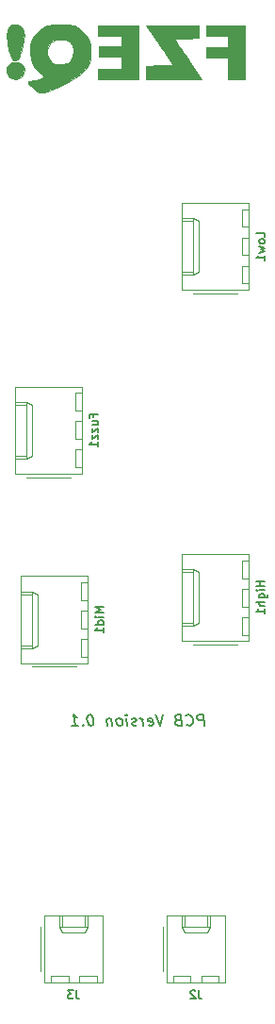
<source format=gbr>
%TF.GenerationSoftware,KiCad,Pcbnew,(5.1.8-0-10_14)*%
%TF.CreationDate,2021-07-20T21:01:28-04:00*%
%TF.ProjectId,fzeq,667a6571-2e6b-4696-9361-645f70636258,rev?*%
%TF.SameCoordinates,Original*%
%TF.FileFunction,Legend,Bot*%
%TF.FilePolarity,Positive*%
%FSLAX46Y46*%
G04 Gerber Fmt 4.6, Leading zero omitted, Abs format (unit mm)*
G04 Created by KiCad (PCBNEW (5.1.8-0-10_14)) date 2021-07-20 21:01:28*
%MOMM*%
%LPD*%
G01*
G04 APERTURE LIST*
%ADD10C,0.150000*%
%ADD11C,0.010000*%
%ADD12C,0.120000*%
G04 APERTURE END LIST*
D10*
X69028556Y-121952380D02*
X68903556Y-120952380D01*
X68522604Y-120952380D01*
X68433318Y-121000000D01*
X68391651Y-121047619D01*
X68355937Y-121142857D01*
X68373794Y-121285714D01*
X68433318Y-121380952D01*
X68486889Y-121428571D01*
X68588080Y-121476190D01*
X68969032Y-121476190D01*
X67445223Y-121857142D02*
X67498794Y-121904761D01*
X67647604Y-121952380D01*
X67742842Y-121952380D01*
X67879747Y-121904761D01*
X67963080Y-121809523D01*
X67998794Y-121714285D01*
X68022604Y-121523809D01*
X68004747Y-121380952D01*
X67933318Y-121190476D01*
X67873794Y-121095238D01*
X67766651Y-121000000D01*
X67617842Y-120952380D01*
X67522604Y-120952380D01*
X67385699Y-121000000D01*
X67344032Y-121047619D01*
X66629747Y-121428571D02*
X66492842Y-121476190D01*
X66451175Y-121523809D01*
X66415461Y-121619047D01*
X66433318Y-121761904D01*
X66492842Y-121857142D01*
X66546413Y-121904761D01*
X66647604Y-121952380D01*
X67028556Y-121952380D01*
X66903556Y-120952380D01*
X66570223Y-120952380D01*
X66480937Y-121000000D01*
X66439270Y-121047619D01*
X66403556Y-121142857D01*
X66415461Y-121238095D01*
X66474985Y-121333333D01*
X66528556Y-121380952D01*
X66629747Y-121428571D01*
X66963080Y-121428571D01*
X65284508Y-120952380D02*
X65076175Y-121952380D01*
X64617842Y-120952380D01*
X64022604Y-121904761D02*
X64123794Y-121952380D01*
X64314270Y-121952380D01*
X64403556Y-121904761D01*
X64439270Y-121809523D01*
X64391651Y-121428571D01*
X64332127Y-121333333D01*
X64230937Y-121285714D01*
X64040461Y-121285714D01*
X63951175Y-121333333D01*
X63915461Y-121428571D01*
X63927366Y-121523809D01*
X64415461Y-121619047D01*
X63552366Y-121952380D02*
X63469032Y-121285714D01*
X63492842Y-121476190D02*
X63433318Y-121380952D01*
X63379747Y-121333333D01*
X63278556Y-121285714D01*
X63183318Y-121285714D01*
X62974985Y-121904761D02*
X62885699Y-121952380D01*
X62695223Y-121952380D01*
X62594032Y-121904761D01*
X62534508Y-121809523D01*
X62528556Y-121761904D01*
X62564270Y-121666666D01*
X62653556Y-121619047D01*
X62796413Y-121619047D01*
X62885699Y-121571428D01*
X62921413Y-121476190D01*
X62915461Y-121428571D01*
X62855937Y-121333333D01*
X62754747Y-121285714D01*
X62611889Y-121285714D01*
X62522604Y-121333333D01*
X62123794Y-121952380D02*
X62040461Y-121285714D01*
X61998794Y-120952380D02*
X62052366Y-121000000D01*
X62010699Y-121047619D01*
X61957127Y-121000000D01*
X61998794Y-120952380D01*
X62010699Y-121047619D01*
X61504747Y-121952380D02*
X61594032Y-121904761D01*
X61635699Y-121857142D01*
X61671413Y-121761904D01*
X61635699Y-121476190D01*
X61576175Y-121380952D01*
X61522604Y-121333333D01*
X61421413Y-121285714D01*
X61278556Y-121285714D01*
X61189270Y-121333333D01*
X61147604Y-121380952D01*
X61111889Y-121476190D01*
X61147604Y-121761904D01*
X61207127Y-121857142D01*
X61260699Y-121904761D01*
X61361889Y-121952380D01*
X61504747Y-121952380D01*
X60659508Y-121285714D02*
X60742842Y-121952380D01*
X60671413Y-121380952D02*
X60617842Y-121333333D01*
X60516651Y-121285714D01*
X60373794Y-121285714D01*
X60284508Y-121333333D01*
X60248794Y-121428571D01*
X60314270Y-121952380D01*
X58760699Y-120952380D02*
X58665461Y-120952380D01*
X58576175Y-121000000D01*
X58534508Y-121047619D01*
X58498794Y-121142857D01*
X58474985Y-121333333D01*
X58504747Y-121571428D01*
X58576175Y-121761904D01*
X58635699Y-121857142D01*
X58689270Y-121904761D01*
X58790461Y-121952380D01*
X58885699Y-121952380D01*
X58974985Y-121904761D01*
X59016651Y-121857142D01*
X59052366Y-121761904D01*
X59076175Y-121571428D01*
X59046413Y-121333333D01*
X58974985Y-121142857D01*
X58915461Y-121047619D01*
X58861889Y-121000000D01*
X58760699Y-120952380D01*
X58111889Y-121857142D02*
X58070223Y-121904761D01*
X58123794Y-121952380D01*
X58165461Y-121904761D01*
X58111889Y-121857142D01*
X58123794Y-121952380D01*
X57123794Y-121952380D02*
X57695223Y-121952380D01*
X57409508Y-121952380D02*
X57284508Y-120952380D01*
X57397604Y-121095238D01*
X57504747Y-121190476D01*
X57605937Y-121238095D01*
D11*
%TO.C,G\u002A\u002A\u002A*%
G36*
X51696233Y-59090635D02*
G01*
X51457488Y-59296061D01*
X51313083Y-59630223D01*
X51264200Y-60086400D01*
X51312024Y-60657871D01*
X51457737Y-61337916D01*
X51558680Y-61687666D01*
X51706361Y-62047376D01*
X51875044Y-62259040D01*
X52054216Y-62316685D01*
X52233362Y-62214334D01*
X52310769Y-62115096D01*
X52464495Y-61800342D01*
X52603847Y-61373041D01*
X52716974Y-60889962D01*
X52792029Y-60407873D01*
X52817162Y-59983541D01*
X52801137Y-59765721D01*
X52675572Y-59395939D01*
X52446066Y-59143908D01*
X52130525Y-59026888D01*
X52028135Y-59020666D01*
X51696233Y-59090635D01*
G37*
X51696233Y-59090635D02*
X51457488Y-59296061D01*
X51313083Y-59630223D01*
X51264200Y-60086400D01*
X51312024Y-60657871D01*
X51457737Y-61337916D01*
X51558680Y-61687666D01*
X51706361Y-62047376D01*
X51875044Y-62259040D01*
X52054216Y-62316685D01*
X52233362Y-62214334D01*
X52310769Y-62115096D01*
X52464495Y-61800342D01*
X52603847Y-61373041D01*
X52716974Y-60889962D01*
X52792029Y-60407873D01*
X52817162Y-59983541D01*
X52801137Y-59765721D01*
X52675572Y-59395939D01*
X52446066Y-59143908D01*
X52130525Y-59026888D01*
X52028135Y-59020666D01*
X51696233Y-59090635D01*
G36*
X51705436Y-62477546D02*
G01*
X51446176Y-62663828D01*
X51289888Y-62929640D01*
X51251366Y-63238443D01*
X51345405Y-63553700D01*
X51503487Y-63764153D01*
X51752507Y-63905144D01*
X52065283Y-63939164D01*
X52376728Y-63869121D01*
X52606484Y-63714893D01*
X52785805Y-63420555D01*
X52823812Y-63106742D01*
X52736713Y-62811733D01*
X52540714Y-62573808D01*
X52252024Y-62431248D01*
X52052873Y-62407333D01*
X51705436Y-62477546D01*
G37*
X51705436Y-62477546D02*
X51446176Y-62663828D01*
X51289888Y-62929640D01*
X51251366Y-63238443D01*
X51345405Y-63553700D01*
X51503487Y-63764153D01*
X51752507Y-63905144D01*
X52065283Y-63939164D01*
X52376728Y-63869121D01*
X52606484Y-63714893D01*
X52785805Y-63420555D01*
X52823812Y-63106742D01*
X52736713Y-62811733D01*
X52540714Y-62573808D01*
X52252024Y-62431248D01*
X52052873Y-62407333D01*
X51705436Y-62477546D01*
G36*
X59460000Y-60036666D02*
G01*
X61576667Y-60036666D01*
X61576667Y-60968000D01*
X59544667Y-60968000D01*
X59544667Y-61899333D01*
X61576667Y-61899333D01*
X61576667Y-63000000D01*
X59460000Y-63000000D01*
X59460000Y-63931333D01*
X63100667Y-63931333D01*
X63100667Y-59105333D01*
X59460000Y-59105333D01*
X59460000Y-60036666D01*
G37*
X59460000Y-60036666D02*
X61576667Y-60036666D01*
X61576667Y-60968000D01*
X59544667Y-60968000D01*
X59544667Y-61899333D01*
X61576667Y-61899333D01*
X61576667Y-63000000D01*
X59460000Y-63000000D01*
X59460000Y-63931333D01*
X63100667Y-63931333D01*
X63100667Y-59105333D01*
X59460000Y-59105333D01*
X59460000Y-60036666D01*
G36*
X64766032Y-60565833D02*
G01*
X65081496Y-61028396D01*
X65380341Y-61464993D01*
X65643732Y-61848229D01*
X65852835Y-62150711D01*
X65988814Y-62345045D01*
X66003048Y-62365000D01*
X66245881Y-62703666D01*
X65011941Y-62727096D01*
X63778000Y-62750526D01*
X63778000Y-63931333D01*
X68782570Y-63931333D01*
X67787306Y-62470833D01*
X67471539Y-62008344D01*
X67172382Y-61571808D01*
X66908683Y-61188607D01*
X66699292Y-60886120D01*
X66563059Y-60691727D01*
X66548722Y-60671666D01*
X66305401Y-60333000D01*
X67412367Y-60309375D01*
X68519334Y-60285751D01*
X68519334Y-59105333D01*
X63771848Y-59105333D01*
X64766032Y-60565833D01*
G37*
X64766032Y-60565833D02*
X65081496Y-61028396D01*
X65380341Y-61464993D01*
X65643732Y-61848229D01*
X65852835Y-62150711D01*
X65988814Y-62345045D01*
X66003048Y-62365000D01*
X66245881Y-62703666D01*
X65011941Y-62727096D01*
X63778000Y-62750526D01*
X63778000Y-63931333D01*
X68782570Y-63931333D01*
X67787306Y-62470833D01*
X67471539Y-62008344D01*
X67172382Y-61571808D01*
X66908683Y-61188607D01*
X66699292Y-60886120D01*
X66563059Y-60691727D01*
X66548722Y-60671666D01*
X66305401Y-60333000D01*
X67412367Y-60309375D01*
X68519334Y-60285751D01*
X68519334Y-59105333D01*
X63771848Y-59105333D01*
X64766032Y-60565833D01*
G36*
X69196667Y-60036666D02*
G01*
X71144000Y-60036666D01*
X71144000Y-61052666D01*
X69196667Y-61052666D01*
X69196667Y-61984000D01*
X71144000Y-61984000D01*
X71144000Y-63931333D01*
X72668000Y-63931333D01*
X72668000Y-59105333D01*
X69196667Y-59105333D01*
X69196667Y-60036666D01*
G37*
X69196667Y-60036666D02*
X71144000Y-60036666D01*
X71144000Y-61052666D01*
X69196667Y-61052666D01*
X69196667Y-61984000D01*
X71144000Y-61984000D01*
X71144000Y-63931333D01*
X72668000Y-63931333D01*
X72668000Y-59105333D01*
X69196667Y-59105333D01*
X69196667Y-60036666D01*
G36*
X55651045Y-59067727D02*
G01*
X55314270Y-59085394D01*
X55064030Y-59121224D01*
X54859014Y-59180441D01*
X54717717Y-59239796D01*
X54203825Y-59569261D01*
X53787231Y-60031022D01*
X53553045Y-60443292D01*
X53445983Y-60705436D01*
X53387782Y-60946090D01*
X53368478Y-61230009D01*
X53376683Y-61589276D01*
X53455072Y-62222764D01*
X53637887Y-62738842D01*
X53936075Y-63161293D01*
X54215290Y-63410990D01*
X54427324Y-63580206D01*
X54575459Y-63714099D01*
X54618259Y-63766713D01*
X54561586Y-63829000D01*
X54384635Y-63906534D01*
X54133977Y-63985644D01*
X53856178Y-64052660D01*
X53597809Y-64093912D01*
X53480630Y-64100666D01*
X53276812Y-64122141D01*
X53159524Y-64174193D01*
X53156970Y-64177831D01*
X53191136Y-64268296D01*
X53324175Y-64440204D01*
X53529886Y-64660849D01*
X53596473Y-64726458D01*
X53871815Y-64978893D01*
X54094945Y-65127311D01*
X54314762Y-65180845D01*
X54580168Y-65148630D01*
X54940062Y-65039798D01*
X55057334Y-64999316D01*
X55709985Y-64754029D01*
X56248719Y-64509054D01*
X56726998Y-64239035D01*
X56909975Y-64120600D01*
X57195159Y-63935304D01*
X57459716Y-63772765D01*
X57622384Y-63681048D01*
X57962564Y-63445834D01*
X58299825Y-63110021D01*
X58576573Y-62733270D01*
X58631808Y-62635400D01*
X58728736Y-62414810D01*
X58786706Y-62172760D01*
X58814674Y-61856501D01*
X58821449Y-61518333D01*
X57272778Y-61518333D01*
X57211142Y-61972926D01*
X57025887Y-62312055D01*
X56716494Y-62536208D01*
X56282442Y-62645874D01*
X56058663Y-62657943D01*
X55745410Y-62644348D01*
X55528266Y-62584344D01*
X55335975Y-62457256D01*
X55319359Y-62443427D01*
X55052935Y-62117590D01*
X54921158Y-61728162D01*
X54925216Y-61315769D01*
X55066294Y-60921039D01*
X55267211Y-60656522D01*
X55451625Y-60491526D01*
X55623934Y-60407493D01*
X55855642Y-60377949D01*
X56026738Y-60375333D01*
X56521484Y-60432942D01*
X56892138Y-60605475D01*
X57138216Y-60892487D01*
X57259236Y-61293535D01*
X57272778Y-61518333D01*
X58821449Y-61518333D01*
X58816672Y-61127101D01*
X58791207Y-60848009D01*
X58734334Y-60624155D01*
X58635329Y-60398640D01*
X58596182Y-60322862D01*
X58293910Y-59872152D01*
X57893758Y-59505636D01*
X57480195Y-59249453D01*
X57307175Y-59167886D01*
X57124835Y-59113900D01*
X56893346Y-59082052D01*
X56572879Y-59066899D01*
X56123603Y-59063000D01*
X56115667Y-59063000D01*
X55651045Y-59067727D01*
G37*
X55651045Y-59067727D02*
X55314270Y-59085394D01*
X55064030Y-59121224D01*
X54859014Y-59180441D01*
X54717717Y-59239796D01*
X54203825Y-59569261D01*
X53787231Y-60031022D01*
X53553045Y-60443292D01*
X53445983Y-60705436D01*
X53387782Y-60946090D01*
X53368478Y-61230009D01*
X53376683Y-61589276D01*
X53455072Y-62222764D01*
X53637887Y-62738842D01*
X53936075Y-63161293D01*
X54215290Y-63410990D01*
X54427324Y-63580206D01*
X54575459Y-63714099D01*
X54618259Y-63766713D01*
X54561586Y-63829000D01*
X54384635Y-63906534D01*
X54133977Y-63985644D01*
X53856178Y-64052660D01*
X53597809Y-64093912D01*
X53480630Y-64100666D01*
X53276812Y-64122141D01*
X53159524Y-64174193D01*
X53156970Y-64177831D01*
X53191136Y-64268296D01*
X53324175Y-64440204D01*
X53529886Y-64660849D01*
X53596473Y-64726458D01*
X53871815Y-64978893D01*
X54094945Y-65127311D01*
X54314762Y-65180845D01*
X54580168Y-65148630D01*
X54940062Y-65039798D01*
X55057334Y-64999316D01*
X55709985Y-64754029D01*
X56248719Y-64509054D01*
X56726998Y-64239035D01*
X56909975Y-64120600D01*
X57195159Y-63935304D01*
X57459716Y-63772765D01*
X57622384Y-63681048D01*
X57962564Y-63445834D01*
X58299825Y-63110021D01*
X58576573Y-62733270D01*
X58631808Y-62635400D01*
X58728736Y-62414810D01*
X58786706Y-62172760D01*
X58814674Y-61856501D01*
X58821449Y-61518333D01*
X57272778Y-61518333D01*
X57211142Y-61972926D01*
X57025887Y-62312055D01*
X56716494Y-62536208D01*
X56282442Y-62645874D01*
X56058663Y-62657943D01*
X55745410Y-62644348D01*
X55528266Y-62584344D01*
X55335975Y-62457256D01*
X55319359Y-62443427D01*
X55052935Y-62117590D01*
X54921158Y-61728162D01*
X54925216Y-61315769D01*
X55066294Y-60921039D01*
X55267211Y-60656522D01*
X55451625Y-60491526D01*
X55623934Y-60407493D01*
X55855642Y-60377949D01*
X56026738Y-60375333D01*
X56521484Y-60432942D01*
X56892138Y-60605475D01*
X57138216Y-60892487D01*
X57259236Y-61293535D01*
X57272778Y-61518333D01*
X58821449Y-61518333D01*
X58816672Y-61127101D01*
X58791207Y-60848009D01*
X58734334Y-60624155D01*
X58635329Y-60398640D01*
X58596182Y-60322862D01*
X58293910Y-59872152D01*
X57893758Y-59505636D01*
X57480195Y-59249453D01*
X57307175Y-59167886D01*
X57124835Y-59113900D01*
X56893346Y-59082052D01*
X56572879Y-59066899D01*
X56123603Y-59063000D01*
X56115667Y-59063000D01*
X55651045Y-59067727D01*
D12*
%TO.C,Fuzz1*%
X57430000Y-92120000D02*
X58030000Y-92120000D01*
X57430000Y-93720000D02*
X57430000Y-92120000D01*
X58030000Y-93720000D02*
X57430000Y-93720000D01*
X57430000Y-94660000D02*
X58030000Y-94660000D01*
X57430000Y-96260000D02*
X57430000Y-94660000D01*
X58030000Y-96260000D02*
X57430000Y-96260000D01*
X57430000Y-97200000D02*
X58030000Y-97200000D01*
X57430000Y-98800000D02*
X57430000Y-97200000D01*
X58030000Y-98800000D02*
X57430000Y-98800000D01*
X52010000Y-93170000D02*
X53010000Y-93170000D01*
X52010000Y-97750000D02*
X53010000Y-97750000D01*
X53540000Y-93170000D02*
X53010000Y-92920000D01*
X53540000Y-97750000D02*
X53540000Y-93170000D01*
X53010000Y-98000000D02*
X53540000Y-97750000D01*
X53010000Y-92920000D02*
X52010000Y-92920000D01*
X53010000Y-98000000D02*
X53010000Y-92920000D01*
X52010000Y-98000000D02*
X53010000Y-98000000D01*
X57000000Y-99670000D02*
X53000000Y-99670000D01*
X58030000Y-91540000D02*
X58030000Y-99380000D01*
X52010000Y-91540000D02*
X58030000Y-91540000D01*
X52010000Y-99380000D02*
X52010000Y-91540000D01*
X58030000Y-99380000D02*
X52010000Y-99380000D01*
%TO.C,High1*%
X72430000Y-107120000D02*
X73030000Y-107120000D01*
X72430000Y-108720000D02*
X72430000Y-107120000D01*
X73030000Y-108720000D02*
X72430000Y-108720000D01*
X72430000Y-109660000D02*
X73030000Y-109660000D01*
X72430000Y-111260000D02*
X72430000Y-109660000D01*
X73030000Y-111260000D02*
X72430000Y-111260000D01*
X72430000Y-112200000D02*
X73030000Y-112200000D01*
X72430000Y-113800000D02*
X72430000Y-112200000D01*
X73030000Y-113800000D02*
X72430000Y-113800000D01*
X67010000Y-108170000D02*
X68010000Y-108170000D01*
X67010000Y-112750000D02*
X68010000Y-112750000D01*
X68540000Y-108170000D02*
X68010000Y-107920000D01*
X68540000Y-112750000D02*
X68540000Y-108170000D01*
X68010000Y-113000000D02*
X68540000Y-112750000D01*
X68010000Y-107920000D02*
X67010000Y-107920000D01*
X68010000Y-113000000D02*
X68010000Y-107920000D01*
X67010000Y-113000000D02*
X68010000Y-113000000D01*
X72000000Y-114670000D02*
X68000000Y-114670000D01*
X73030000Y-106540000D02*
X73030000Y-114380000D01*
X67010000Y-106540000D02*
X73030000Y-106540000D01*
X67010000Y-114380000D02*
X67010000Y-106540000D01*
X73030000Y-114380000D02*
X67010000Y-114380000D01*
%TO.C,J2*%
X65620000Y-145030000D02*
X65620000Y-139010000D01*
X65620000Y-139010000D02*
X70920000Y-139010000D01*
X70920000Y-139010000D02*
X70920000Y-145030000D01*
X70920000Y-145030000D02*
X65620000Y-145030000D01*
X65330000Y-144000000D02*
X65330000Y-140000000D01*
X67000000Y-139010000D02*
X67000000Y-140010000D01*
X67000000Y-140010000D02*
X69540000Y-140010000D01*
X69540000Y-140010000D02*
X69540000Y-139010000D01*
X67000000Y-140010000D02*
X67250000Y-140540000D01*
X67250000Y-140540000D02*
X69290000Y-140540000D01*
X69290000Y-140540000D02*
X69540000Y-140010000D01*
X67250000Y-139010000D02*
X67250000Y-140010000D01*
X69290000Y-139010000D02*
X69290000Y-140010000D01*
X66200000Y-145030000D02*
X66200000Y-144430000D01*
X66200000Y-144430000D02*
X67800000Y-144430000D01*
X67800000Y-144430000D02*
X67800000Y-145030000D01*
X68740000Y-145030000D02*
X68740000Y-144430000D01*
X68740000Y-144430000D02*
X70340000Y-144430000D01*
X70340000Y-144430000D02*
X70340000Y-145030000D01*
%TO.C,J3*%
X59340000Y-144430000D02*
X59340000Y-145030000D01*
X57740000Y-144430000D02*
X59340000Y-144430000D01*
X57740000Y-145030000D02*
X57740000Y-144430000D01*
X56800000Y-144430000D02*
X56800000Y-145030000D01*
X55200000Y-144430000D02*
X56800000Y-144430000D01*
X55200000Y-145030000D02*
X55200000Y-144430000D01*
X58290000Y-139010000D02*
X58290000Y-140010000D01*
X56250000Y-139010000D02*
X56250000Y-140010000D01*
X58290000Y-140540000D02*
X58540000Y-140010000D01*
X56250000Y-140540000D02*
X58290000Y-140540000D01*
X56000000Y-140010000D02*
X56250000Y-140540000D01*
X58540000Y-140010000D02*
X58540000Y-139010000D01*
X56000000Y-140010000D02*
X58540000Y-140010000D01*
X56000000Y-139010000D02*
X56000000Y-140010000D01*
X54330000Y-144000000D02*
X54330000Y-140000000D01*
X59920000Y-145030000D02*
X54620000Y-145030000D01*
X59920000Y-139010000D02*
X59920000Y-145030000D01*
X54620000Y-139010000D02*
X59920000Y-139010000D01*
X54620000Y-145030000D02*
X54620000Y-139010000D01*
%TO.C,Low1*%
X73030000Y-82880000D02*
X67010000Y-82880000D01*
X67010000Y-82880000D02*
X67010000Y-75040000D01*
X67010000Y-75040000D02*
X73030000Y-75040000D01*
X73030000Y-75040000D02*
X73030000Y-82880000D01*
X72000000Y-83170000D02*
X68000000Y-83170000D01*
X67010000Y-81500000D02*
X68010000Y-81500000D01*
X68010000Y-81500000D02*
X68010000Y-76420000D01*
X68010000Y-76420000D02*
X67010000Y-76420000D01*
X68010000Y-81500000D02*
X68540000Y-81250000D01*
X68540000Y-81250000D02*
X68540000Y-76670000D01*
X68540000Y-76670000D02*
X68010000Y-76420000D01*
X67010000Y-81250000D02*
X68010000Y-81250000D01*
X67010000Y-76670000D02*
X68010000Y-76670000D01*
X73030000Y-82300000D02*
X72430000Y-82300000D01*
X72430000Y-82300000D02*
X72430000Y-80700000D01*
X72430000Y-80700000D02*
X73030000Y-80700000D01*
X73030000Y-79760000D02*
X72430000Y-79760000D01*
X72430000Y-79760000D02*
X72430000Y-78160000D01*
X72430000Y-78160000D02*
X73030000Y-78160000D01*
X73030000Y-77220000D02*
X72430000Y-77220000D01*
X72430000Y-77220000D02*
X72430000Y-75620000D01*
X72430000Y-75620000D02*
X73030000Y-75620000D01*
%TO.C,Mid1*%
X58530000Y-116380000D02*
X52510000Y-116380000D01*
X52510000Y-116380000D02*
X52510000Y-108540000D01*
X52510000Y-108540000D02*
X58530000Y-108540000D01*
X58530000Y-108540000D02*
X58530000Y-116380000D01*
X57500000Y-116670000D02*
X53500000Y-116670000D01*
X52510000Y-115000000D02*
X53510000Y-115000000D01*
X53510000Y-115000000D02*
X53510000Y-109920000D01*
X53510000Y-109920000D02*
X52510000Y-109920000D01*
X53510000Y-115000000D02*
X54040000Y-114750000D01*
X54040000Y-114750000D02*
X54040000Y-110170000D01*
X54040000Y-110170000D02*
X53510000Y-109920000D01*
X52510000Y-114750000D02*
X53510000Y-114750000D01*
X52510000Y-110170000D02*
X53510000Y-110170000D01*
X58530000Y-115800000D02*
X57930000Y-115800000D01*
X57930000Y-115800000D02*
X57930000Y-114200000D01*
X57930000Y-114200000D02*
X58530000Y-114200000D01*
X58530000Y-113260000D02*
X57930000Y-113260000D01*
X57930000Y-113260000D02*
X57930000Y-111660000D01*
X57930000Y-111660000D02*
X58530000Y-111660000D01*
X58530000Y-110720000D02*
X57930000Y-110720000D01*
X57930000Y-110720000D02*
X57930000Y-109120000D01*
X57930000Y-109120000D02*
X58530000Y-109120000D01*
%TO.C,Fuzz1*%
D10*
X59066428Y-94263571D02*
X59066428Y-94013571D01*
X59459285Y-94013571D02*
X58709285Y-94013571D01*
X58709285Y-94370714D01*
X58959285Y-94977857D02*
X59459285Y-94977857D01*
X58959285Y-94656428D02*
X59352142Y-94656428D01*
X59423571Y-94692142D01*
X59459285Y-94763571D01*
X59459285Y-94870714D01*
X59423571Y-94942142D01*
X59387857Y-94977857D01*
X58959285Y-95263571D02*
X58959285Y-95656428D01*
X59459285Y-95263571D01*
X59459285Y-95656428D01*
X58959285Y-95870714D02*
X58959285Y-96263571D01*
X59459285Y-95870714D01*
X59459285Y-96263571D01*
X59459285Y-96942142D02*
X59459285Y-96513571D01*
X59459285Y-96727857D02*
X58709285Y-96727857D01*
X58816428Y-96656428D01*
X58887857Y-96585000D01*
X58923571Y-96513571D01*
%TO.C,High1*%
X74459285Y-109031428D02*
X73709285Y-109031428D01*
X74066428Y-109031428D02*
X74066428Y-109460000D01*
X74459285Y-109460000D02*
X73709285Y-109460000D01*
X74459285Y-109817142D02*
X73959285Y-109817142D01*
X73709285Y-109817142D02*
X73745000Y-109781428D01*
X73780714Y-109817142D01*
X73745000Y-109852857D01*
X73709285Y-109817142D01*
X73780714Y-109817142D01*
X73959285Y-110495714D02*
X74566428Y-110495714D01*
X74637857Y-110460000D01*
X74673571Y-110424285D01*
X74709285Y-110352857D01*
X74709285Y-110245714D01*
X74673571Y-110174285D01*
X74423571Y-110495714D02*
X74459285Y-110424285D01*
X74459285Y-110281428D01*
X74423571Y-110210000D01*
X74387857Y-110174285D01*
X74316428Y-110138571D01*
X74102142Y-110138571D01*
X74030714Y-110174285D01*
X73995000Y-110210000D01*
X73959285Y-110281428D01*
X73959285Y-110424285D01*
X73995000Y-110495714D01*
X74459285Y-110852857D02*
X73709285Y-110852857D01*
X74459285Y-111174285D02*
X74066428Y-111174285D01*
X73995000Y-111138571D01*
X73959285Y-111067142D01*
X73959285Y-110960000D01*
X73995000Y-110888571D01*
X74030714Y-110852857D01*
X74459285Y-111924285D02*
X74459285Y-111495714D01*
X74459285Y-111710000D02*
X73709285Y-111710000D01*
X73816428Y-111638571D01*
X73887857Y-111567142D01*
X73923571Y-111495714D01*
%TO.C,J2*%
X68520000Y-145709285D02*
X68520000Y-146245000D01*
X68555714Y-146352142D01*
X68627142Y-146423571D01*
X68734285Y-146459285D01*
X68805714Y-146459285D01*
X68198571Y-145780714D02*
X68162857Y-145745000D01*
X68091428Y-145709285D01*
X67912857Y-145709285D01*
X67841428Y-145745000D01*
X67805714Y-145780714D01*
X67770000Y-145852142D01*
X67770000Y-145923571D01*
X67805714Y-146030714D01*
X68234285Y-146459285D01*
X67770000Y-146459285D01*
%TO.C,J3*%
X57520000Y-145709285D02*
X57520000Y-146245000D01*
X57555714Y-146352142D01*
X57627142Y-146423571D01*
X57734285Y-146459285D01*
X57805714Y-146459285D01*
X57234285Y-145709285D02*
X56770000Y-145709285D01*
X57020000Y-145995000D01*
X56912857Y-145995000D01*
X56841428Y-146030714D01*
X56805714Y-146066428D01*
X56770000Y-146137857D01*
X56770000Y-146316428D01*
X56805714Y-146387857D01*
X56841428Y-146423571D01*
X56912857Y-146459285D01*
X57127142Y-146459285D01*
X57198571Y-146423571D01*
X57234285Y-146387857D01*
%TO.C,Low1*%
X74459285Y-78102857D02*
X74459285Y-77745714D01*
X73709285Y-77745714D01*
X74459285Y-78460000D02*
X74423571Y-78388571D01*
X74387857Y-78352857D01*
X74316428Y-78317142D01*
X74102142Y-78317142D01*
X74030714Y-78352857D01*
X73995000Y-78388571D01*
X73959285Y-78460000D01*
X73959285Y-78567142D01*
X73995000Y-78638571D01*
X74030714Y-78674285D01*
X74102142Y-78710000D01*
X74316428Y-78710000D01*
X74387857Y-78674285D01*
X74423571Y-78638571D01*
X74459285Y-78567142D01*
X74459285Y-78460000D01*
X73959285Y-78960000D02*
X74459285Y-79102857D01*
X74102142Y-79245714D01*
X74459285Y-79388571D01*
X73959285Y-79531428D01*
X74459285Y-80210000D02*
X74459285Y-79781428D01*
X74459285Y-79995714D02*
X73709285Y-79995714D01*
X73816428Y-79924285D01*
X73887857Y-79852857D01*
X73923571Y-79781428D01*
%TO.C,Mid1*%
X59959285Y-111335000D02*
X59209285Y-111335000D01*
X59745000Y-111585000D01*
X59209285Y-111835000D01*
X59959285Y-111835000D01*
X59959285Y-112192142D02*
X59459285Y-112192142D01*
X59209285Y-112192142D02*
X59245000Y-112156428D01*
X59280714Y-112192142D01*
X59245000Y-112227857D01*
X59209285Y-112192142D01*
X59280714Y-112192142D01*
X59959285Y-112870714D02*
X59209285Y-112870714D01*
X59923571Y-112870714D02*
X59959285Y-112799285D01*
X59959285Y-112656428D01*
X59923571Y-112585000D01*
X59887857Y-112549285D01*
X59816428Y-112513571D01*
X59602142Y-112513571D01*
X59530714Y-112549285D01*
X59495000Y-112585000D01*
X59459285Y-112656428D01*
X59459285Y-112799285D01*
X59495000Y-112870714D01*
X59959285Y-113620714D02*
X59959285Y-113192142D01*
X59959285Y-113406428D02*
X59209285Y-113406428D01*
X59316428Y-113335000D01*
X59387857Y-113263571D01*
X59423571Y-113192142D01*
%TD*%
M02*

</source>
